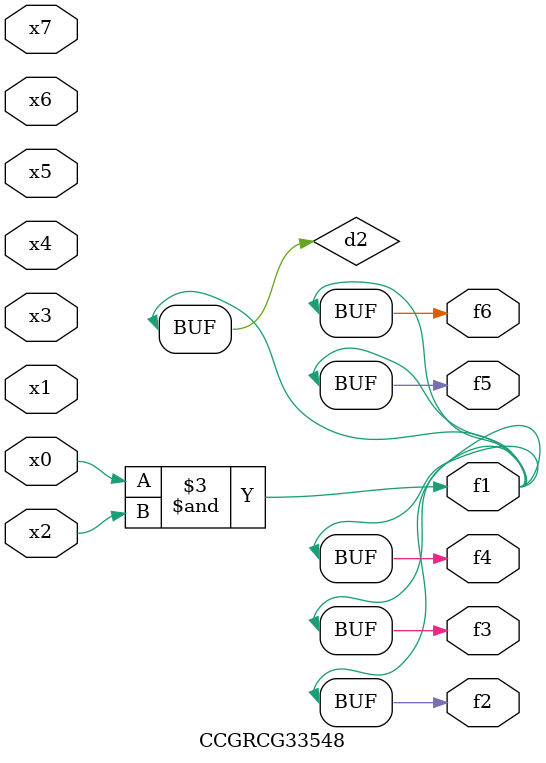
<source format=v>
module CCGRCG33548(
	input x0, x1, x2, x3, x4, x5, x6, x7,
	output f1, f2, f3, f4, f5, f6
);

	wire d1, d2;

	nor (d1, x3, x6);
	and (d2, x0, x2);
	assign f1 = d2;
	assign f2 = d2;
	assign f3 = d2;
	assign f4 = d2;
	assign f5 = d2;
	assign f6 = d2;
endmodule

</source>
